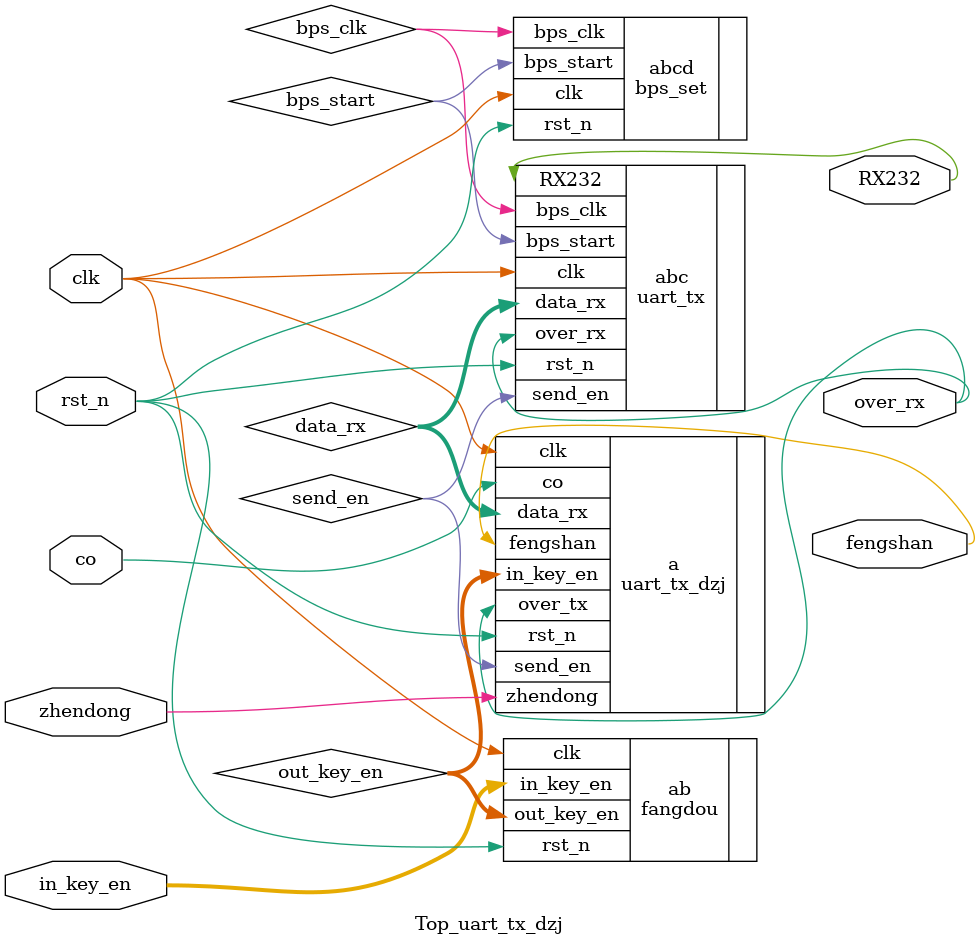
<source format=v>
`timescale 1ns / 1ps
module Top_uart_tx_dzj(
	input [3:0]in_key_en,
	input clk,
	input rst_n,
	input co,
	input zhendong,
	
	output RX232,
	output over_rx,
	output fengshan
    );
	wire [7:0]data_rx;
	wire [3:0]out_key_en;
	uart_tx_dzj a (
	.co(co),
	.zhendong(zhendong),
    .in_key_en(out_key_en), 
    .clk(clk), 
    .rst_n(rst_n), 
    .over_tx(over_rx), 
    .data_rx(data_rx), 
    .send_en(send_en),
	.fengshan(fengshan)
    );
	fangdou ab (
    .in_key_en(in_key_en), 
    .rst_n(rst_n), 
    .clk(clk), 
    .out_key_en(out_key_en)
    );
	uart_tx abc (
    .clk(clk), 
    .bps_clk(bps_clk), 
    .send_en(send_en), 
    .rst_n(rst_n), 
    .data_rx(data_rx), 
    .RX232(RX232), 
    .over_rx(over_rx), 
    .bps_start(bps_start)
    );
	bps_set abcd (
    .clk(clk), 
    .rst_n(rst_n), 
    .bps_start(bps_start), 
    .bps_clk(bps_clk)
    );


endmodule

</source>
